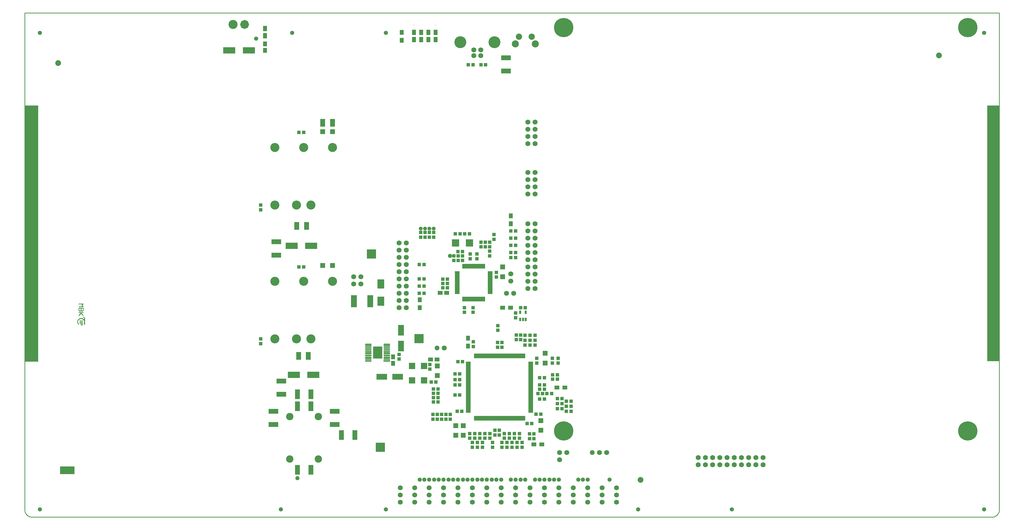
<source format=gts>
%FSLAX24Y24*%
%MOIN*%
G70*
G01*
G75*
%ADD10C,0.0110*%
%ADD11C,0.0380*%
%ADD12C,0.0100*%
%ADD13R,0.0380X0.0380*%
%ADD14R,0.0600X0.0500*%
%ADD15R,0.0600X0.0600*%
%ADD16O,0.0630X0.0110*%
%ADD17O,0.0110X0.0630*%
%ADD18O,0.0630X0.0110*%
%ADD19R,0.0630X0.0110*%
%ADD20R,0.0500X0.0600*%
%ADD21R,0.0500X0.0650*%
%ADD22R,0.1614X0.0827*%
%ADD23R,0.0600X0.1000*%
%ADD24R,0.1250X0.0600*%
%ADD25R,0.0380X0.0425*%
%ADD26R,0.0709X0.1575*%
%ADD27C,0.0400*%
%ADD28R,0.1378X0.0709*%
%ADD29R,0.0709X0.1378*%
%ADD30R,0.0800X0.0800*%
%ADD31O,0.0846X0.0138*%
%ADD32R,0.0846X0.0138*%
%ADD33R,0.1181X0.1575*%
%ADD34R,0.0600X0.1250*%
%ADD35R,0.0900X0.1200*%
%ADD36R,0.0236X0.0433*%
%ADD37R,0.0906X0.0945*%
%ADD38C,0.0600*%
%ADD39C,0.0400*%
%ADD40C,0.0110*%
%ADD41C,0.0250*%
%ADD42C,0.0500*%
%ADD43C,0.0200*%
%ADD44C,0.0150*%
%ADD45C,0.0300*%
%ADD46C,0.0120*%
%ADD47C,0.1000*%
%ADD48C,0.0370*%
%ADD49C,0.0130*%
%ADD50C,0.0390*%
%ADD51C,0.0290*%
%ADD52C,0.0140*%
%ADD53C,0.0180*%
%ADD54C,0.0800*%
%ADD55R,0.5050X0.4500*%
%ADD56R,0.5050X0.4550*%
%ADD57R,0.5200X0.4550*%
%ADD58R,0.5050X0.9550*%
%ADD59C,0.0620*%
%ADD60C,0.0500*%
%ADD61C,0.0600*%
%ADD62C,0.1181*%
%ADD63P,0.1181X8X0*%
%ADD64C,0.0650*%
%ADD65C,0.2600*%
%ADD66C,0.0945*%
%ADD67C,0.0787*%
%ADD68C,0.0906*%
%ADD69P,0.0620X8X0*%
%ADD70C,0.1575*%
%ADD71C,0.0450*%
%ADD72C,0.0080*%
%ADD73C,0.0098*%
%ADD74C,0.0060*%
%ADD75C,0.0079*%
%ADD76C,0.0090*%
%ADD77C,0.0160*%
%ADD78R,0.0300X0.0500*%
%ADD79R,0.1500X0.0500*%
%ADD80R,0.0430X0.3100*%
%ADD81R,0.0130X0.0360*%
%ADD82C,0.0075*%
%ADD83C,0.0045*%
%ADD84C,0.0030*%
%ADD85R,0.0520X0.3010*%
%ADD86R,0.2970X0.0520*%
%ADD87R,0.0520X0.2970*%
%ADD88R,0.2960X0.0520*%
%ADD89R,0.0520X0.6940*%
%ADD90R,0.6930X0.0530*%
%ADD91R,0.0520X0.6930*%
%ADD92R,0.1300X0.1300*%
%ADD93R,0.2026X0.1063*%
%ADD94R,0.1675X3.5550*%
%ADD95R,0.1850X3.5600*%
%ADD96R,0.0450X0.0150*%
%ADD97R,0.0090X0.0150*%
%ADD98R,0.0129X0.0930*%
%ADD99R,0.0039X0.0108*%
%ADD100R,0.0460X0.0460*%
%ADD101R,0.0680X0.0580*%
%ADD102R,0.0680X0.0680*%
%ADD103O,0.0710X0.0190*%
%ADD104O,0.0190X0.0710*%
%ADD105O,0.0710X0.0190*%
%ADD106R,0.0710X0.0190*%
%ADD107R,0.0580X0.0680*%
%ADD108R,0.0580X0.0730*%
%ADD109R,0.1694X0.0907*%
%ADD110R,0.0680X0.1080*%
%ADD111R,0.1330X0.0680*%
%ADD112R,0.0460X0.0505*%
%ADD113R,0.0789X0.1655*%
%ADD114C,0.0800*%
%ADD115R,0.1458X0.0789*%
%ADD116R,0.0789X0.1458*%
%ADD117R,0.0880X0.0880*%
%ADD118O,0.0926X0.0218*%
%ADD119R,0.0926X0.0218*%
%ADD120R,0.1261X0.1655*%
%ADD121R,0.0680X0.1330*%
%ADD122R,0.0980X0.1280*%
%ADD123R,0.0316X0.0513*%
%ADD124R,0.0986X0.1025*%
%ADD125C,0.0700*%
%ADD126C,0.0580*%
%ADD127C,0.0680*%
%ADD128C,0.1261*%
%ADD129P,0.1261X8X0*%
%ADD130C,0.0730*%
%ADD131C,0.2680*%
%ADD132C,0.1025*%
%ADD133C,0.0080*%
%ADD134C,0.0867*%
%ADD135C,0.0986*%
%ADD136P,0.0700X8X0*%
%ADD137C,0.1655*%
%ADD138C,0.0480*%
%ADD139C,0.0530*%
D12*
X38846Y71604D02*
X39446D01*
X39246Y71404D01*
X39446Y71204D01*
X38846D01*
X39446Y71004D02*
X38846D01*
Y70704D01*
X38946Y70604D01*
X39046D01*
X39146Y70704D01*
Y71004D01*
Y70704D01*
X39246Y70604D01*
X39346D01*
X39446Y70704D01*
Y71004D01*
Y70404D02*
X38846D01*
X39046D01*
X39446Y70004D01*
X39146Y70304D01*
X38846Y70004D01*
X165550Y41981D02*
X165648Y41986D01*
X165745Y42000D01*
X165840Y42024D01*
X165933Y42057D01*
X166021Y42099D01*
X166106Y42149D01*
X166184Y42208D01*
X166257Y42274D01*
X166323Y42346D01*
X166381Y42425D01*
X166432Y42509D01*
X166474Y42598D01*
X166507Y42690D01*
X166531Y42786D01*
X166545Y42883D01*
X166550Y42981D01*
X31350D02*
X31355Y42883D01*
X31369Y42786D01*
X31393Y42690D01*
X31426Y42598D01*
X31468Y42509D01*
X31519Y42425D01*
X31577Y42346D01*
X31643Y42274D01*
X31716Y42208D01*
X31794Y42149D01*
X31879Y42099D01*
X31967Y42057D01*
X32060Y42024D01*
X32155Y42000D01*
X32252Y41986D01*
X32350Y41981D01*
X165550D01*
X31350Y112031D02*
X166550D01*
X31350Y42981D02*
Y112031D01*
X166550Y42981D02*
Y112031D01*
D74*
X39611Y69629D02*
X39586Y69712D01*
X39519Y69767D01*
X39433Y69776D01*
D76*
X39588Y68925D02*
X39619Y69019D01*
X39629Y69117D01*
X39620Y69215D01*
X39591Y69309D01*
X39543Y69395D01*
X39478Y69469D01*
X39400Y69529D01*
X39311Y69572D01*
X39215Y69595D01*
X39117Y69598D01*
X39020Y69582D01*
X38928Y69545D01*
X38846Y69491D01*
X38776Y69421D01*
X38722Y69339D01*
X38687Y69247D01*
X38670Y69150D01*
X38674Y69051D01*
X38698Y68956D01*
X38741Y68867D01*
X38801Y68789D01*
X39146Y68804D02*
X39199Y68713D01*
X39304D01*
X39356Y68804D01*
X39146Y68759D02*
X39199Y68668D01*
X39304D01*
X39356Y68759D01*
D82*
X39643Y69059D02*
X39633Y69159D01*
X39602Y69255D01*
X39552Y69342D01*
X39484Y69416D01*
X39403Y69475D01*
X39311Y69516D01*
X39213Y69537D01*
X39112D01*
X39014Y69516D01*
X38922Y69475D01*
X38841Y69416D01*
X38773Y69342D01*
X38723Y69255D01*
X38692Y69159D01*
X38681Y69059D01*
D83*
X39662Y69620D02*
X39631Y69718D01*
X39549Y69781D01*
X39446Y69784D01*
D84*
X39695Y69629D02*
X39672Y69717D01*
X39610Y69783D01*
X39524Y69811D01*
X39435Y69794D01*
D85*
X91350Y74546D02*
D03*
D86*
X93645Y72271D02*
D03*
D87*
X95920Y74546D02*
D03*
D88*
X93640Y76841D02*
D03*
D89*
X92900Y60011D02*
D03*
D90*
X97245Y55706D02*
D03*
X97235Y64366D02*
D03*
D91*
X101560Y60016D02*
D03*
D92*
X86050Y66781D02*
D03*
X79450Y78531D02*
D03*
X80700Y51681D02*
D03*
D93*
X37267Y48467D02*
D03*
D94*
X165713Y81406D02*
D03*
D95*
X32275Y81381D02*
D03*
D96*
X39176Y69224D02*
D03*
Y68984D02*
D03*
D97*
X39356Y68834D02*
D03*
X39146D02*
D03*
D98*
X39646Y69164D02*
D03*
D99*
X39562Y68885D02*
D03*
D100*
X94100Y78531D02*
D03*
X95850Y78281D02*
D03*
X94650Y80181D02*
D03*
X99450Y69681D02*
D03*
Y70331D02*
D03*
X90900Y78281D02*
D03*
Y77631D02*
D03*
X94100Y77881D02*
D03*
X93550Y70431D02*
D03*
Y71081D02*
D03*
X89350Y73831D02*
D03*
X90000D02*
D03*
X89350Y74431D02*
D03*
X90000D02*
D03*
X93150Y77881D02*
D03*
Y78531D02*
D03*
X95250Y79531D02*
D03*
Y80181D02*
D03*
X95850Y79531D02*
D03*
Y80181D02*
D03*
X92100Y78281D02*
D03*
Y77631D02*
D03*
X95300Y104831D02*
D03*
X94650D02*
D03*
X95850Y78931D02*
D03*
X94650Y79531D02*
D03*
X91450Y78881D02*
D03*
X92100D02*
D03*
X91500Y78281D02*
D03*
Y77631D02*
D03*
X91100Y81331D02*
D03*
X91750D02*
D03*
X93050D02*
D03*
X92400D02*
D03*
X96800Y75331D02*
D03*
Y75981D02*
D03*
X92350Y71081D02*
D03*
Y70431D02*
D03*
X90000Y75031D02*
D03*
X89350D02*
D03*
X92900Y104831D02*
D03*
X93550D02*
D03*
X96450Y80581D02*
D03*
Y81231D02*
D03*
X100800Y71081D02*
D03*
X100150D02*
D03*
X99450Y78731D02*
D03*
X98800D02*
D03*
X99450Y79731D02*
D03*
X98800D02*
D03*
X99450Y78031D02*
D03*
X98800D02*
D03*
Y80731D02*
D03*
X99450D02*
D03*
X88100Y80881D02*
D03*
X87500D02*
D03*
X97000Y68581D02*
D03*
X88100Y81531D02*
D03*
X64100Y84681D02*
D03*
Y85331D02*
D03*
Y66731D02*
D03*
Y66081D02*
D03*
X70050Y95431D02*
D03*
X69400D02*
D03*
X87750Y60731D02*
D03*
X88400D02*
D03*
X102000Y52881D02*
D03*
Y53531D02*
D03*
X101400Y52881D02*
D03*
Y53531D02*
D03*
X102950Y56281D02*
D03*
X102300D02*
D03*
X97900Y52931D02*
D03*
Y53581D02*
D03*
X97550Y51681D02*
D03*
Y52331D02*
D03*
X94850D02*
D03*
Y51681D02*
D03*
X100350Y52331D02*
D03*
X100000Y53581D02*
D03*
X99650Y52331D02*
D03*
X99300Y53581D02*
D03*
X98950Y52331D02*
D03*
X98600Y53581D02*
D03*
X98250Y52331D02*
D03*
X96250D02*
D03*
X95900Y53581D02*
D03*
X95200D02*
D03*
X94500D02*
D03*
X94150Y52331D02*
D03*
X93800Y53581D02*
D03*
X93450Y52331D02*
D03*
X93100Y53581D02*
D03*
X90400Y56231D02*
D03*
X89800D02*
D03*
X89200D02*
D03*
X88700Y57981D02*
D03*
X88050Y58581D02*
D03*
Y59181D02*
D03*
X88700Y59781D02*
D03*
Y58581D02*
D03*
X90400Y55581D02*
D03*
X93800Y52931D02*
D03*
X95900D02*
D03*
X99300D02*
D03*
X100350Y51681D02*
D03*
X88700Y59181D02*
D03*
X89800Y55581D02*
D03*
X93450Y51681D02*
D03*
X94500Y52931D02*
D03*
X96250Y51681D02*
D03*
X98250D02*
D03*
X98950D02*
D03*
X100000Y52931D02*
D03*
X89200Y55581D02*
D03*
X93100Y52931D02*
D03*
X94150Y51681D02*
D03*
X95200Y52931D02*
D03*
X98600D02*
D03*
X99650Y51681D02*
D03*
X88050Y59781D02*
D03*
X88600Y55581D02*
D03*
X88000D02*
D03*
X88050Y57981D02*
D03*
X102800Y61331D02*
D03*
Y60331D02*
D03*
Y58381D02*
D03*
X97200Y54031D02*
D03*
X91700Y58931D02*
D03*
Y61881D02*
D03*
X97550Y65581D02*
D03*
X96950Y66231D02*
D03*
X102400Y64031D02*
D03*
X103450Y59731D02*
D03*
X101700Y54981D02*
D03*
X96600Y53381D02*
D03*
X91350Y56681D02*
D03*
X91450Y63581D02*
D03*
X91050Y60331D02*
D03*
X93600Y66331D02*
D03*
X103450Y61331D02*
D03*
Y60331D02*
D03*
Y58381D02*
D03*
X97200Y53381D02*
D03*
X91050Y58931D02*
D03*
Y61881D02*
D03*
X97550Y66231D02*
D03*
X96950Y65581D02*
D03*
X102400Y63381D02*
D03*
X102800Y59731D02*
D03*
X101050Y54981D02*
D03*
X96600Y54031D02*
D03*
X92000Y56681D02*
D03*
X92100Y63581D02*
D03*
X91700Y60331D02*
D03*
X93600Y65681D02*
D03*
X91050Y61081D02*
D03*
X91700D02*
D03*
X87500Y81531D02*
D03*
X86900Y80881D02*
D03*
Y81531D02*
D03*
X86300Y80881D02*
D03*
Y81531D02*
D03*
X97000Y67931D02*
D03*
X87550Y62531D02*
D03*
Y63181D02*
D03*
X86750Y74081D02*
D03*
Y75081D02*
D03*
Y77081D02*
D03*
X83300Y64581D02*
D03*
Y63931D02*
D03*
X70050Y76731D02*
D03*
X69400D02*
D03*
X86100Y77081D02*
D03*
Y74081D02*
D03*
Y75081D02*
D03*
X88000Y56231D02*
D03*
X88600D02*
D03*
X86100Y73081D02*
D03*
X86750D02*
D03*
X99550Y66631D02*
D03*
Y67281D02*
D03*
X100150Y66631D02*
D03*
Y67281D02*
D03*
X106500Y57381D02*
D03*
X104450Y59131D02*
D03*
X105250Y61731D02*
D03*
X105350Y64031D02*
D03*
X104550D02*
D03*
X105250Y61131D02*
D03*
Y57731D02*
D03*
Y58431D02*
D03*
X104600Y61131D02*
D03*
Y61731D02*
D03*
X105350Y63381D02*
D03*
X104550D02*
D03*
X103800Y59131D02*
D03*
X106500Y58081D02*
D03*
X98800Y81731D02*
D03*
X99450D02*
D03*
X105250Y57031D02*
D03*
X105900Y58431D02*
D03*
X107150Y58081D02*
D03*
Y57381D02*
D03*
X105900Y57731D02*
D03*
Y57031D02*
D03*
X106500Y56681D02*
D03*
X107150D02*
D03*
X103200Y59131D02*
D03*
X102550D02*
D03*
D101*
X89000Y73131D02*
D03*
X89900D02*
D03*
X98750Y71081D02*
D03*
X97650D02*
D03*
X88550Y63881D02*
D03*
X87650D02*
D03*
X105200Y59981D02*
D03*
X106300D02*
D03*
X103100Y52081D02*
D03*
X102000D02*
D03*
D102*
X97650Y75381D02*
D03*
Y76731D02*
D03*
X72700Y95531D02*
D03*
X74050D02*
D03*
X102950Y55381D02*
D03*
X92200Y54681D02*
D03*
X91150Y53331D02*
D03*
X102950Y54031D02*
D03*
X92200Y53331D02*
D03*
X91150Y54681D02*
D03*
X103550Y63381D02*
D03*
Y64731D02*
D03*
X72700Y76931D02*
D03*
X74050D02*
D03*
X88600Y61631D02*
D03*
Y62981D02*
D03*
D103*
X95917Y76031D02*
D03*
Y74062D02*
D03*
Y73865D02*
D03*
Y73275D02*
D03*
Y73472D02*
D03*
Y73668D02*
D03*
Y75637D02*
D03*
Y75440D02*
D03*
Y75243D02*
D03*
Y74850D02*
D03*
Y74456D02*
D03*
Y73078D02*
D03*
X91350Y73472D02*
D03*
Y73865D02*
D03*
Y74062D02*
D03*
Y74653D02*
D03*
Y74850D02*
D03*
Y75243D02*
D03*
Y75440D02*
D03*
Y75637D02*
D03*
Y75834D02*
D03*
X95917Y74259D02*
D03*
Y75834D02*
D03*
Y75046D02*
D03*
Y74653D02*
D03*
X91350Y74456D02*
D03*
Y74259D02*
D03*
Y73668D02*
D03*
Y73078D02*
D03*
Y73275D02*
D03*
X101561Y62496D02*
D03*
Y62103D02*
D03*
Y61906D02*
D03*
Y60922D02*
D03*
Y57969D02*
D03*
Y57772D02*
D03*
Y57575D02*
D03*
Y57378D02*
D03*
Y58559D02*
D03*
X92900Y63284D02*
D03*
Y56985D02*
D03*
Y57378D02*
D03*
X101561Y63481D02*
D03*
Y63284D02*
D03*
Y62890D02*
D03*
Y62693D02*
D03*
Y61512D02*
D03*
Y61315D02*
D03*
Y60331D02*
D03*
Y59937D02*
D03*
Y59741D02*
D03*
Y58363D02*
D03*
Y58166D02*
D03*
Y56591D02*
D03*
X92900D02*
D03*
Y56788D02*
D03*
Y57182D02*
D03*
Y57575D02*
D03*
Y57772D02*
D03*
Y58756D02*
D03*
Y58953D02*
D03*
Y60528D02*
D03*
Y60922D02*
D03*
Y61118D02*
D03*
Y61315D02*
D03*
Y61512D02*
D03*
Y61709D02*
D03*
Y61906D02*
D03*
Y62103D02*
D03*
Y62890D02*
D03*
Y63087D02*
D03*
X101561Y59544D02*
D03*
X92900Y60134D02*
D03*
Y60725D02*
D03*
X101561Y63087D02*
D03*
Y60134D02*
D03*
X92900Y59937D02*
D03*
Y59347D02*
D03*
Y59150D02*
D03*
Y58559D02*
D03*
Y58363D02*
D03*
Y58166D02*
D03*
Y57969D02*
D03*
Y59544D02*
D03*
Y59741D02*
D03*
X101561Y59150D02*
D03*
Y58953D02*
D03*
Y58756D02*
D03*
Y60528D02*
D03*
Y59347D02*
D03*
Y60725D02*
D03*
Y61709D02*
D03*
Y61118D02*
D03*
Y62300D02*
D03*
X92900Y62693D02*
D03*
Y62496D02*
D03*
Y62300D02*
D03*
X101561Y56985D02*
D03*
Y56788D02*
D03*
Y57182D02*
D03*
D104*
X93929Y72271D02*
D03*
X93732D02*
D03*
X93338D02*
D03*
X92748D02*
D03*
X92944D02*
D03*
X93141D02*
D03*
X94126D02*
D03*
X94322D02*
D03*
X92157Y76838D02*
D03*
X92354D02*
D03*
X92551D02*
D03*
X92748D02*
D03*
X92944D02*
D03*
X93141D02*
D03*
X93338D02*
D03*
X93535D02*
D03*
X93732D02*
D03*
X93929D02*
D03*
X94126D02*
D03*
X94322D02*
D03*
X94716D02*
D03*
X94913D02*
D03*
X95110D02*
D03*
X92354Y72271D02*
D03*
X92157D02*
D03*
X93535D02*
D03*
X92551D02*
D03*
X94519Y76838D02*
D03*
X95110Y72271D02*
D03*
X94913D02*
D03*
X94716D02*
D03*
X94519D02*
D03*
X96148Y64367D02*
D03*
X96345D02*
D03*
X96542D02*
D03*
X100085D02*
D03*
X99888D02*
D03*
X94376D02*
D03*
X94180D02*
D03*
X100676Y55705D02*
D03*
X99888D02*
D03*
X100085D02*
D03*
X93786D02*
D03*
X94180D02*
D03*
X93786Y64367D02*
D03*
X93983D02*
D03*
X95557D02*
D03*
X96739D02*
D03*
X96935D02*
D03*
X97132D02*
D03*
X97329D02*
D03*
X97526D02*
D03*
X97723D02*
D03*
X98707D02*
D03*
X100479D02*
D03*
Y55705D02*
D03*
X100282D02*
D03*
X98510D02*
D03*
X97329D02*
D03*
X96935D02*
D03*
X96739D02*
D03*
X95361D02*
D03*
X93983D02*
D03*
X100676Y64367D02*
D03*
X100282D02*
D03*
X94376Y55705D02*
D03*
X94573D02*
D03*
X94770D02*
D03*
X94967D02*
D03*
X95164D02*
D03*
X95557D02*
D03*
X95754D02*
D03*
X95951D02*
D03*
X96148D02*
D03*
X96345D02*
D03*
X96542D02*
D03*
X97132D02*
D03*
X97526D02*
D03*
X97723D02*
D03*
X97920D02*
D03*
X98117D02*
D03*
X98313D02*
D03*
X98707D02*
D03*
X98904D02*
D03*
X99101D02*
D03*
X99298D02*
D03*
X99494D02*
D03*
X99691Y64367D02*
D03*
X99298D02*
D03*
X99494D02*
D03*
X94573D02*
D03*
X94770D02*
D03*
X95951D02*
D03*
X95754D02*
D03*
X95361D02*
D03*
X95164D02*
D03*
X94967D02*
D03*
X97920D02*
D03*
X98117D02*
D03*
X98904D02*
D03*
X99101D02*
D03*
X98510D02*
D03*
X98313D02*
D03*
X99691Y55705D02*
D03*
D105*
X91350Y75046D02*
D03*
X92900Y60331D02*
D03*
D106*
X91350Y76031D02*
D03*
X92900Y63481D02*
D03*
D107*
X64700Y107731D02*
D03*
Y106831D02*
D03*
X82450Y64231D02*
D03*
Y63331D02*
D03*
X83650Y108231D02*
D03*
Y109331D02*
D03*
X98800Y83831D02*
D03*
Y82731D02*
D03*
X92850Y65731D02*
D03*
Y66831D02*
D03*
X86150Y71081D02*
D03*
Y72181D02*
D03*
D108*
X64700Y108881D02*
D03*
Y109881D02*
D03*
X88350Y109331D02*
D03*
Y108331D02*
D03*
X86350D02*
D03*
Y109331D02*
D03*
X87350Y108331D02*
D03*
Y109331D02*
D03*
X85350Y108331D02*
D03*
Y109331D02*
D03*
D109*
X59733Y106831D02*
D03*
X62450D02*
D03*
X71100Y79681D02*
D03*
X68383D02*
D03*
X68683Y61731D02*
D03*
X71400D02*
D03*
D110*
X74050Y96781D02*
D03*
X72700D02*
D03*
X69100Y82431D02*
D03*
X70450D02*
D03*
X69350Y64381D02*
D03*
X70700D02*
D03*
D111*
X66250Y78381D02*
D03*
Y80231D02*
D03*
X74350Y56681D02*
D03*
X65850D02*
D03*
Y54831D02*
D03*
X74350D02*
D03*
X66950Y60881D02*
D03*
Y59031D02*
D03*
X98123Y103970D02*
D03*
Y105820D02*
D03*
D112*
X102150Y67231D02*
D03*
Y66552D02*
D03*
Y65872D02*
D03*
X100750D02*
D03*
Y66552D02*
D03*
Y67231D02*
D03*
X101450D02*
D03*
Y66552D02*
D03*
Y65872D02*
D03*
D113*
X79292Y71981D02*
D03*
X77008D02*
D03*
D114*
X116800Y47131D02*
D03*
X158200Y106131D02*
D03*
X36000Y105081D02*
D03*
D115*
X83100Y61481D02*
D03*
X80895D02*
D03*
D116*
X83550Y67935D02*
D03*
Y65731D02*
D03*
D117*
X86754Y60981D02*
D03*
Y62981D02*
D03*
X85100Y60981D02*
D03*
Y62981D02*
D03*
D118*
X79021Y65984D02*
D03*
Y65728D02*
D03*
Y65472D02*
D03*
Y65216D02*
D03*
Y64960D02*
D03*
Y64704D02*
D03*
Y64448D02*
D03*
Y64193D02*
D03*
Y63937D02*
D03*
Y63681D02*
D03*
X81600Y65984D02*
D03*
Y64960D02*
D03*
Y64704D02*
D03*
Y64448D02*
D03*
Y64193D02*
D03*
Y63937D02*
D03*
Y65216D02*
D03*
Y65728D02*
D03*
Y65472D02*
D03*
D119*
Y63681D02*
D03*
D120*
X80311Y64832D02*
D03*
D121*
X77150Y53381D02*
D03*
X75300D02*
D03*
X69200Y59031D02*
D03*
X71050D02*
D03*
Y48531D02*
D03*
X69200D02*
D03*
X71050Y57381D02*
D03*
X69200D02*
D03*
D122*
X80750Y71981D02*
D03*
Y74381D02*
D03*
D123*
X100848Y70454D02*
D03*
X100474Y69431D02*
D03*
X100848D02*
D03*
X100100Y70454D02*
D03*
Y69431D02*
D03*
D124*
X91121Y80081D02*
D03*
X93050D02*
D03*
D125*
X98800Y75781D02*
D03*
Y74781D02*
D03*
X99200Y73081D02*
D03*
X98200D02*
D03*
X106550Y50931D02*
D03*
X105550D02*
D03*
X101150Y82731D02*
D03*
X102150D02*
D03*
X101150Y81731D02*
D03*
X102150D02*
D03*
X101150Y80731D02*
D03*
X102150D02*
D03*
X101150Y79731D02*
D03*
X102150D02*
D03*
X101150Y78731D02*
D03*
X102150D02*
D03*
Y77731D02*
D03*
X101150Y76731D02*
D03*
X102150D02*
D03*
X101150Y75731D02*
D03*
X102150D02*
D03*
X101150Y74731D02*
D03*
X102150D02*
D03*
X101150Y73731D02*
D03*
X102150D02*
D03*
X84300Y71081D02*
D03*
X83300D02*
D03*
X84300Y72081D02*
D03*
X83300D02*
D03*
X84300Y73081D02*
D03*
X83300D02*
D03*
X84300Y74081D02*
D03*
X83300D02*
D03*
X84300Y75081D02*
D03*
X83300D02*
D03*
X84300Y76081D02*
D03*
X83300D02*
D03*
X84300Y77081D02*
D03*
X83300D02*
D03*
X84300Y78081D02*
D03*
X83300D02*
D03*
X84300Y79081D02*
D03*
X83300D02*
D03*
X84300Y80081D02*
D03*
X83300D02*
D03*
X124800Y49231D02*
D03*
Y50231D02*
D03*
X125800Y49231D02*
D03*
Y50231D02*
D03*
X126800Y49231D02*
D03*
Y50231D02*
D03*
X127800Y49231D02*
D03*
Y50231D02*
D03*
X128800Y49231D02*
D03*
Y50231D02*
D03*
X129800Y49231D02*
D03*
Y50231D02*
D03*
X130800Y49231D02*
D03*
X132800D02*
D03*
X133800Y50231D02*
D03*
X78000Y74381D02*
D03*
Y75381D02*
D03*
X89550Y65481D02*
D03*
X111100Y50931D02*
D03*
X112100D02*
D03*
X101150Y77731D02*
D03*
Y96881D02*
D03*
X102150D02*
D03*
X101150Y95881D02*
D03*
X102150D02*
D03*
X101150Y94881D02*
D03*
X102150D02*
D03*
X101150Y93881D02*
D03*
X102150D02*
D03*
X101150Y89881D02*
D03*
X102150D02*
D03*
X101150Y88881D02*
D03*
X102150D02*
D03*
X101150Y87881D02*
D03*
X102150D02*
D03*
X101150Y86881D02*
D03*
X102150D02*
D03*
X131800Y49231D02*
D03*
X133800D02*
D03*
X130800Y50231D02*
D03*
X131800D02*
D03*
X132800D02*
D03*
X105550Y49931D02*
D03*
X93647Y106120D02*
D03*
X94631Y106908D02*
D03*
Y106120D02*
D03*
X93647Y106908D02*
D03*
X77000Y74381D02*
D03*
Y75381D02*
D03*
D126*
X81450Y43031D02*
D03*
X116450D02*
D03*
X81450Y109281D02*
D03*
X164450D02*
D03*
X68450D02*
D03*
X33450D02*
D03*
X129450Y43031D02*
D03*
X164450D02*
D03*
X66900Y43051D02*
D03*
X33450Y43031D02*
D03*
X63450Y108481D02*
D03*
X103450Y47181D02*
D03*
X109450D02*
D03*
X96800D02*
D03*
X108800D02*
D03*
X108150D02*
D03*
X112500D02*
D03*
X32700Y97781D02*
D03*
Y96281D02*
D03*
Y94781D02*
D03*
Y93281D02*
D03*
Y91781D02*
D03*
Y90281D02*
D03*
Y88781D02*
D03*
Y87281D02*
D03*
Y85781D02*
D03*
Y84281D02*
D03*
Y82781D02*
D03*
Y81281D02*
D03*
Y79781D02*
D03*
Y78281D02*
D03*
Y76781D02*
D03*
Y75281D02*
D03*
Y73781D02*
D03*
Y72281D02*
D03*
Y70781D02*
D03*
Y69281D02*
D03*
Y67781D02*
D03*
Y66281D02*
D03*
Y64781D02*
D03*
X165200Y97781D02*
D03*
Y96281D02*
D03*
Y94781D02*
D03*
Y93281D02*
D03*
Y91781D02*
D03*
Y90281D02*
D03*
Y88781D02*
D03*
Y87281D02*
D03*
Y85781D02*
D03*
Y84281D02*
D03*
Y82781D02*
D03*
Y81281D02*
D03*
Y79781D02*
D03*
Y78281D02*
D03*
Y76781D02*
D03*
Y75281D02*
D03*
Y73781D02*
D03*
Y72281D02*
D03*
Y70781D02*
D03*
Y69281D02*
D03*
Y67781D02*
D03*
Y66281D02*
D03*
Y64781D02*
D03*
X69200Y47381D02*
D03*
X89450Y47181D02*
D03*
X88800D02*
D03*
X88150D02*
D03*
X86150D02*
D03*
X90150D02*
D03*
X90800D02*
D03*
X91450D02*
D03*
X95450D02*
D03*
X94800D02*
D03*
X94150D02*
D03*
X93450D02*
D03*
X92800D02*
D03*
X92150D02*
D03*
X96150D02*
D03*
X97450D02*
D03*
X98800D02*
D03*
X99450D02*
D03*
X100150D02*
D03*
X100800D02*
D03*
X102150D02*
D03*
X102800D02*
D03*
X104150D02*
D03*
X104800D02*
D03*
X105450D02*
D03*
X86800D02*
D03*
X87450D02*
D03*
X90350Y78281D02*
D03*
D127*
X91450Y45031D02*
D03*
X93450D02*
D03*
X91450Y46031D02*
D03*
X93450D02*
D03*
X95450Y45031D02*
D03*
Y46031D02*
D03*
X97450D02*
D03*
X99450D02*
D03*
X101450D02*
D03*
X103450D02*
D03*
X99450Y45031D02*
D03*
X101450D02*
D03*
X103450D02*
D03*
X105450D02*
D03*
X107450D02*
D03*
X105450Y46031D02*
D03*
X107450D02*
D03*
X111450D02*
D03*
Y45031D02*
D03*
X113450Y46031D02*
D03*
Y45031D02*
D03*
X87450Y46031D02*
D03*
X89450D02*
D03*
Y45031D02*
D03*
X87450D02*
D03*
X85450Y46031D02*
D03*
Y45031D02*
D03*
X83450Y46031D02*
D03*
Y45031D02*
D03*
Y44031D02*
D03*
X85450D02*
D03*
X87450D02*
D03*
X89450D02*
D03*
X91450D02*
D03*
X93450D02*
D03*
X95450D02*
D03*
X97450D02*
D03*
X99450D02*
D03*
X101450D02*
D03*
X103450D02*
D03*
X105450D02*
D03*
X107450D02*
D03*
X111450D02*
D03*
X113450D02*
D03*
X109450D02*
D03*
Y45031D02*
D03*
X97450D02*
D03*
X109450Y46031D02*
D03*
D128*
X60247Y110431D02*
D03*
X66050Y85331D02*
D03*
X69050D02*
D03*
X71050D02*
D03*
X74050Y93331D02*
D03*
X66050D02*
D03*
X70050D02*
D03*
X66050Y66731D02*
D03*
X69050D02*
D03*
X71050D02*
D03*
X74050Y74731D02*
D03*
X66050D02*
D03*
X70050D02*
D03*
D129*
X61853Y110431D02*
D03*
D130*
X86050Y66781D02*
D03*
X80700Y51681D02*
D03*
X79450Y78531D02*
D03*
D131*
X106120Y110011D02*
D03*
X162180D02*
D03*
Y53951D02*
D03*
X106120D02*
D03*
D132*
X68131Y50028D02*
D03*
X72069D02*
D03*
X68131Y55933D02*
D03*
X72069D02*
D03*
D133*
X85350Y110331D02*
D03*
X88350D02*
D03*
D134*
X99914Y108732D02*
D03*
X101686D02*
D03*
D135*
X102178Y107748D02*
D03*
X99422D02*
D03*
D136*
X88550Y65481D02*
D03*
X110100Y50931D02*
D03*
D137*
X91769Y107975D02*
D03*
X96509D02*
D03*
D138*
X105350Y110781D02*
D03*
X106890Y109241D02*
D03*
Y110781D02*
D03*
X105020Y110011D02*
D03*
X106120Y111111D02*
D03*
X107220Y110011D02*
D03*
X106120Y108911D02*
D03*
X105350Y109241D02*
D03*
X161410Y110781D02*
D03*
X162950Y109241D02*
D03*
Y110781D02*
D03*
X161080Y110011D02*
D03*
X162180Y111111D02*
D03*
X163280Y110011D02*
D03*
X162180Y108911D02*
D03*
X161410Y109241D02*
D03*
Y54721D02*
D03*
X162950Y53181D02*
D03*
Y54721D02*
D03*
X161080Y53951D02*
D03*
X162180Y55051D02*
D03*
X163280Y53951D02*
D03*
X162180Y52851D02*
D03*
X161410Y53181D02*
D03*
X105350Y54721D02*
D03*
X106890Y53181D02*
D03*
Y54721D02*
D03*
X105020Y53951D02*
D03*
X106120Y55051D02*
D03*
X107220Y53951D02*
D03*
X106120Y52851D02*
D03*
X105350Y53181D02*
D03*
D139*
X86300Y82081D02*
D03*
X86900D02*
D03*
X87500D02*
D03*
X88100D02*
D03*
M02*

</source>
